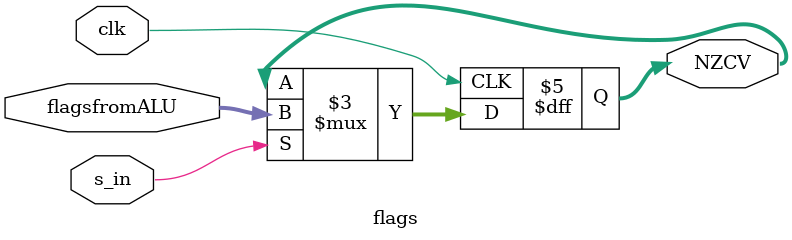
<source format=v>
module flags (
    input clk,
    input s_in,
    input [3:0] flagsfromALU,
    output reg [3:0] NZCV
);

	always@(posedge clk) begin
		if(s_in == 1) begin
			NZCV <= flagsfromALU;
		end
	end

endmodule 
</source>
